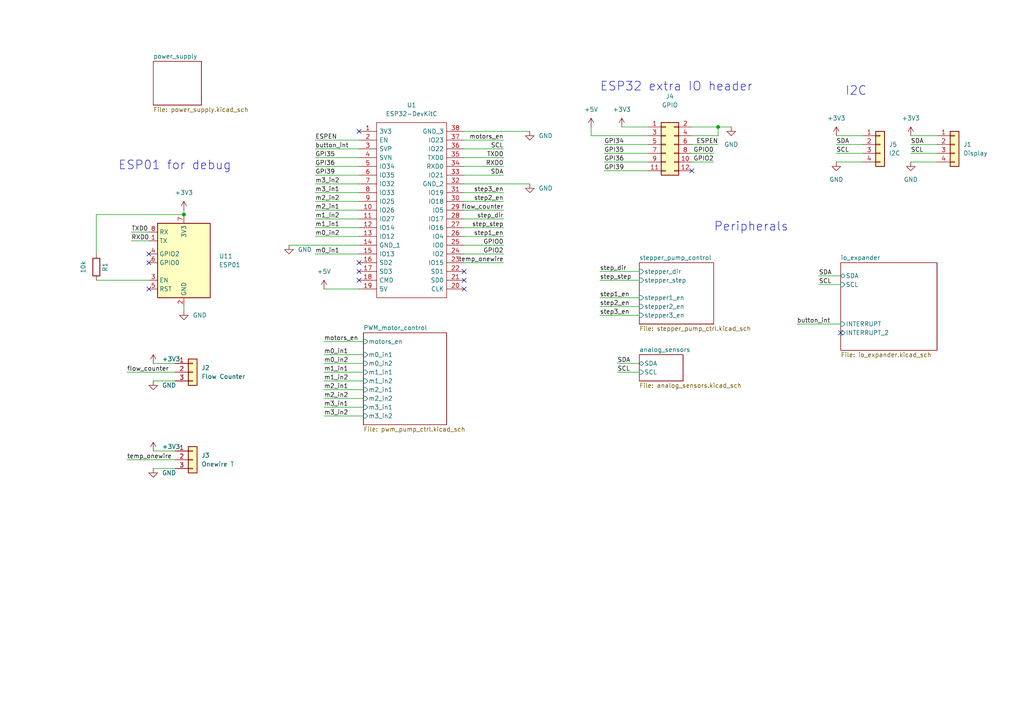
<source format=kicad_sch>
(kicad_sch (version 20211123) (generator eeschema)
  (paper "A4")
  (lib_symbols
    (symbol "Connector_Generic:Conn_01x03" (pin_names (offset 1.016) hide)
      (property "Reference" "J" (at 0 5.08 0))
      (property "Value" "Conn_01x03" (at 0 -5.08 0))
      (symbol "Conn_01x03_1_1"
        (rectangle (start -1.27 -2.413) (end 0 -2.667) (stroke (width 0.1524)))
        (rectangle (start -1.27 0.127) (end 0 -0.127) (stroke (width 0.1524)))
        (rectangle (start -1.27 2.667) (end 0 2.413) (stroke (width 0.1524)))
        (rectangle (start -1.27 3.81) (end 1.27 -3.81) (stroke (width 0.254)) (fill (type background)))
        (pin passive line (at -5.08 2.54 0) (length 3.81) (name "Pin_1") (number "1"))
        (pin passive line (at -5.08 0 0) (length 3.81) (name "Pin_2") (number "2"))
        (pin passive line (at -5.08 -2.54 0) (length 3.81) (name "Pin_3") (number "3"))
      )
    )
    (symbol "Connector_Generic:Conn_01x04" (pin_names (offset 1.016) hide)
      (property "Reference" "J" (at 0 5.08 0))
      (property "Value" "Conn_01x04" (at 0 -7.62 0))
      (symbol "Conn_01x04_1_1"
        (rectangle (start -1.27 -4.953) (end 0 -5.207) (stroke (width 0.1524)))
        (rectangle (start -1.27 -2.413) (end 0 -2.667) (stroke (width 0.1524)))
        (rectangle (start -1.27 0.127) (end 0 -0.127) (stroke (width 0.1524)))
        (rectangle (start -1.27 2.667) (end 0 2.413) (stroke (width 0.1524)))
        (rectangle (start -1.27 3.81) (end 1.27 -6.35) (stroke (width 0.254)) (fill (type background)))
        (pin passive line (at -5.08 2.54 0) (length 3.81) (name "Pin_1") (number "1"))
        (pin passive line (at -5.08 0 0) (length 3.81) (name "Pin_2") (number "2"))
        (pin passive line (at -5.08 -2.54 0) (length 3.81) (name "Pin_3") (number "3"))
        (pin passive line (at -5.08 -5.08 0) (length 3.81) (name "Pin_4") (number "4"))
      )
    )
    (symbol "Connector_Generic:Conn_02x06_Odd_Even" (pin_names (offset 1.016) hide)
      (property "Reference" "J" (at 1.27 7.62 0))
      (property "Value" "Conn_02x06_Odd_Even" (at 1.27 -10.16 0))
      (symbol "Conn_02x06_Odd_Even_1_1"
        (rectangle (start -1.27 -7.493) (end 0 -7.747) (stroke (width 0.1524)))
        (rectangle (start -1.27 -4.953) (end 0 -5.207) (stroke (width 0.1524)))
        (rectangle (start -1.27 -2.413) (end 0 -2.667) (stroke (width 0.1524)))
        (rectangle (start -1.27 0.127) (end 0 -0.127) (stroke (width 0.1524)))
        (rectangle (start -1.27 2.667) (end 0 2.413) (stroke (width 0.1524)))
        (rectangle (start -1.27 5.207) (end 0 4.953) (stroke (width 0.1524)))
        (rectangle (start -1.27 6.35) (end 3.81 -8.89) (stroke (width 0.254)) (fill (type background)))
        (rectangle (start 3.81 -7.493) (end 2.54 -7.747) (stroke (width 0.1524)))
        (rectangle (start 3.81 -4.953) (end 2.54 -5.207) (stroke (width 0.1524)))
        (rectangle (start 3.81 -2.413) (end 2.54 -2.667) (stroke (width 0.1524)))
        (rectangle (start 3.81 0.127) (end 2.54 -0.127) (stroke (width 0.1524)))
        (rectangle (start 3.81 2.667) (end 2.54 2.413) (stroke (width 0.1524)))
        (rectangle (start 3.81 5.207) (end 2.54 4.953) (stroke (width 0.1524)))
        (pin passive line (at -5.08 5.08 0) (length 3.81) (name "Pin_1") (number "1"))
        (pin passive line (at 7.62 -5.08 180) (length 3.81) (name "Pin_10") (number "10"))
        (pin passive line (at -5.08 -7.62 0) (length 3.81) (name "Pin_11") (number "11"))
        (pin passive line (at 7.62 -7.62 180) (length 3.81) (name "Pin_12") (number "12"))
        (pin passive line (at 7.62 5.08 180) (length 3.81) (name "Pin_2") (number "2"))
        (pin passive line (at -5.08 2.54 0) (length 3.81) (name "Pin_3") (number "3"))
        (pin passive line (at 7.62 2.54 180) (length 3.81) (name "Pin_4") (number "4"))
        (pin passive line (at -5.08 0 0) (length 3.81) (name "Pin_5") (number "5"))
        (pin passive line (at 7.62 0 180) (length 3.81) (name "Pin_6") (number "6"))
        (pin passive line (at -5.08 -2.54 0) (length 3.81) (name "Pin_7") (number "7"))
        (pin passive line (at 7.62 -2.54 180) (length 3.81) (name "Pin_8") (number "8"))
        (pin passive line (at -5.08 -5.08 0) (length 3.81) (name "Pin_9") (number "9"))
      )
    )
    (symbol "Device:R" (pin_numbers hide) (pin_names (offset 0))
      (property "Reference" "R" (at 2.032 0 90))
      (property "Value" "R" (at 0 0 90))
      (symbol "R_0_1"
        (rectangle (start -1.016 -2.54) (end 1.016 2.54) (stroke (width 0.254)))
      )
      (symbol "R_1_1"
        (pin passive line (at 0 3.81 270) (length 1.27) (name "~") (number "1"))
        (pin passive line (at 0 -3.81 90) (length 1.27) (name "~") (number "2"))
      )
    )
    (symbol "PCB Modules:ESP01"
      (property "Reference" "U" (at 2.54 15.24 0))
      (property "Value" "ESP01" (at 1.27 -8.89 0))
      (symbol "ESP01_1_1"
        (rectangle (start -7.62 13.97) (end 7.62 -7.62) (stroke (width 0.254)) (fill (type background)))
        (pin output line (at -10.16 8.89 0) (length 2.54) (name "TX") (number "1"))
        (pin power_in line (at 0 -10.16 90) (length 2.54) (name "GND") (number "2"))
        (pin input line (at -10.16 -2.54 0) (length 2.54) (name "EN") (number "3"))
        (pin bidirectional line (at -10.16 5.08 0) (length 2.54) (name "GPIO2") (number "4"))
        (pin input line (at -10.16 -5.08 0) (length 2.54) (name "RST") (number "5"))
        (pin bidirectional line (at -10.16 2.54 0) (length 2.54) (name "GPIO0") (number "6"))
        (pin power_in line (at 0 16.51 270) (length 2.54) (name "3V3") (number "7"))
        (pin input line (at -10.16 11.43 0) (length 2.54) (name "RX") (number "8"))
      )
    )
    (symbol "PCB Modules:ESP32_DevKitC_v4" (pin_names (offset 0.762))
      (property "Reference" "U" (at 26.67 7.62 0))
      (property "Value" "ESP32_DevKitC_v4" (at 26.67 5.08 0))
      (symbol "ESP32_DevKitC_v4_0_0"
        (pin power_in line (at 0 0 0) (length 5.08) (name "3V3") (number "1"))
        (pin bidirectional line (at 0 -22.86 0) (length 5.08) (name "IO26") (number "10"))
        (pin bidirectional line (at 0 -25.4 0) (length 5.08) (name "IO27") (number "11"))
        (pin bidirectional line (at 0 -27.94 0) (length 5.08) (name "IO14") (number "12"))
        (pin bidirectional line (at 0 -30.48 0) (length 5.08) (name "IO12") (number "13"))
        (pin power_in line (at 0 -33.02 0) (length 5.08) (name "GND_1") (number "14"))
        (pin bidirectional line (at 0 -35.56 0) (length 5.08) (name "IO13") (number "15"))
        (pin passive line (at 0 -38.1 0) (length 5.08) (name "SD2") (number "16"))
        (pin passive line (at 0 -40.64 0) (length 5.08) (name "SD3") (number "17"))
        (pin passive line (at 0 -43.18 0) (length 5.08) (name "CMD") (number "18"))
        (pin power_in line (at 0 -45.72 0) (length 5.08) (name "5V") (number "19"))
        (pin passive line (at 0 -2.54 0) (length 5.08) (name "EN") (number "2"))
        (pin passive line (at 30.48 -45.72 180) (length 5.08) (name "CLK") (number "20"))
        (pin passive line (at 30.48 -43.18 180) (length 5.08) (name "SD0") (number "21"))
        (pin passive line (at 30.48 -40.64 180) (length 5.08) (name "SD1") (number "22"))
        (pin passive line (at 30.48 -38.1 180) (length 5.08) (name "IO15") (number "23"))
        (pin bidirectional line (at 30.48 -35.56 180) (length 5.08) (name "IO2") (number "24"))
        (pin bidirectional line (at 30.48 -33.02 180) (length 5.08) (name "IO0") (number "25"))
        (pin bidirectional line (at 30.48 -30.48 180) (length 5.08) (name "IO4") (number "26"))
        (pin bidirectional line (at 30.48 -27.94 180) (length 5.08) (name "IO16") (number "27"))
        (pin bidirectional line (at 30.48 -25.4 180) (length 5.08) (name "IO17") (number "28"))
        (pin bidirectional line (at 30.48 -22.86 180) (length 5.08) (name "IO5") (number "29"))
        (pin passive line (at 0 -5.08 0) (length 5.08) (name "SVP") (number "3"))
        (pin bidirectional line (at 30.48 -20.32 180) (length 5.08) (name "IO18") (number "30"))
        (pin bidirectional line (at 30.48 -17.78 180) (length 5.08) (name "IO19") (number "31"))
        (pin power_in line (at 30.48 -15.24 180) (length 5.08) (name "GND_2") (number "32"))
        (pin bidirectional line (at 30.48 -12.7 180) (length 5.08) (name "IO21") (number "33"))
        (pin passive line (at 30.48 -10.16 180) (length 5.08) (name "RXD0") (number "34"))
        (pin passive line (at 30.48 -7.62 180) (length 5.08) (name "TXD0") (number "35"))
        (pin bidirectional line (at 30.48 -5.08 180) (length 5.08) (name "IO22") (number "36"))
        (pin bidirectional line (at 30.48 -2.54 180) (length 5.08) (name "IO23") (number "37"))
        (pin power_in line (at 30.48 0 180) (length 5.08) (name "GND_3") (number "38"))
        (pin passive line (at 0 -7.62 0) (length 5.08) (name "SVN") (number "4"))
        (pin bidirectional line (at 0 -10.16 0) (length 5.08) (name "IO34") (number "5"))
        (pin bidirectional line (at 0 -12.7 0) (length 5.08) (name "IO35") (number "6"))
        (pin bidirectional line (at 0 -15.24 0) (length 5.08) (name "IO32") (number "7"))
        (pin bidirectional line (at 0 -17.78 0) (length 5.08) (name "IO33") (number "8"))
        (pin bidirectional line (at 0 -20.32 0) (length 5.08) (name "IO25") (number "9"))
      )
      (symbol "ESP32_DevKitC_v4_0_1"
        (polyline (pts (xy 5.08 2.54) (xy 25.4 2.54) (xy 25.4 -48.26) (xy 5.08 -48.26) (xy 5.08 2.54)) (stroke (width 0.1524)))
      )
    )
    (symbol "power:+3V3" (power) (pin_names (offset 0))
      (property "Value" "+3V3" (at 0 3.556 0))
      (symbol "+3V3_0_1"
        (polyline (pts (xy -0.762 1.27) (xy 0 2.54)))
        (polyline (pts (xy 0 0) (xy 0 2.54)))
        (polyline (pts (xy 0 2.54) (xy 0.762 1.27)))
      )
      (symbol "+3V3_1_1"
        (pin power_in line (at 0 0 90) (length 0) hide (name "+3V3") (number "1"))
      )
    )
    (symbol "power:+5V" (power) (pin_names (offset 0))
      (property "Value" "+5V" (at 0 3.556 0))
      (symbol "+5V_0_1"
        (polyline (pts (xy -0.762 1.27) (xy 0 2.54)))
        (polyline (pts (xy 0 0) (xy 0 2.54)))
        (polyline (pts (xy 0 2.54) (xy 0.762 1.27)))
      )
      (symbol "+5V_1_1"
        (pin power_in line (at 0 0 90) (length 0) hide (name "+5V") (number "1"))
      )
    )
    (symbol "power:GND" (power) (pin_names (offset 0))
      (property "Value" "GND" (at 0 -3.81 0))
      (symbol "GND_0_1"
        (polyline (pts (xy 0 0) (xy 0 -1.27) (xy 1.27 -1.27) (xy 0 -2.54) (xy -1.27 -1.27) (xy 0 -1.27)))
      )
      (symbol "GND_1_1"
        (pin power_in line (at 0 0 270) (length 0) hide (name "GND") (number "1"))
      )
    )
  )
  (junction (at 53.34 62.23))
  (junction (at 208.28 36.83))
  (no_connect (at 134.62 78.74))
  (no_connect (at 104.14 76.2))
  (no_connect (at 104.14 78.74))
  (no_connect (at 134.62 81.28))
  (no_connect (at 43.18 83.82))
  (no_connect (at 43.18 76.2))
  (no_connect (at 104.14 81.28))
  (no_connect (at 200.66 49.53))
  (no_connect (at 134.62 83.82))
  (no_connect (at 104.14 38.1))
  (no_connect (at 243.84 96.52))
  (no_connect (at 43.18 73.66))
  (wire (pts (xy 91.44 66.04) (xy 104.14 66.04)))
  (wire (pts (xy 146.05 55.88) (xy 134.62 55.88)))
  (wire (pts (xy 173.99 91.44) (xy 185.42 91.44)))
  (wire (pts (xy 134.62 76.2) (xy 146.05 76.2)))
  (wire (pts (xy 200.66 41.91) (xy 208.28 41.91)))
  (wire (pts (xy 44.45 130.81) (xy 50.8 130.81)))
  (wire (pts (xy 83.82 71.12) (xy 104.14 71.12)))
  (wire (pts (xy 38.1 67.31) (xy 43.18 67.31)))
  (wire (pts (xy 179.07 107.95) (xy 185.42 107.95)))
  (wire (pts (xy 134.62 38.1) (xy 153.67 38.1)))
  (wire (pts (xy 175.26 44.45) (xy 187.96 44.45)))
  (wire (pts (xy 250.19 44.45) (xy 242.57 44.45)))
  (wire (pts (xy 237.49 82.55) (xy 243.84 82.55)))
  (wire (pts (xy 134.62 43.18) (xy 146.05 43.18)))
  (wire (pts (xy 171.45 39.37) (xy 187.96 39.37)))
  (wire (pts (xy 27.94 73.66) (xy 27.94 62.23)))
  (wire (pts (xy 44.45 135.89) (xy 50.8 135.89)))
  (wire (pts (xy 237.49 80.01) (xy 243.84 80.01)))
  (wire (pts (xy 134.62 73.66) (xy 146.05 73.66)))
  (wire (pts (xy 180.34 36.83) (xy 187.96 36.83)))
  (wire (pts (xy 91.44 73.66) (xy 104.14 73.66)))
  (wire (pts (xy 44.45 110.49) (xy 50.8 110.49)))
  (wire (pts (xy 91.44 68.58) (xy 104.14 68.58)))
  (wire (pts (xy 93.98 113.03) (xy 105.41 113.03)))
  (wire (pts (xy 93.98 120.65) (xy 105.41 120.65)))
  (wire (pts (xy 134.62 50.8) (xy 146.05 50.8)))
  (wire (pts (xy 36.83 107.95) (xy 50.8 107.95)))
  (wire (pts (xy 93.98 83.82) (xy 104.14 83.82)))
  (wire (pts (xy 264.16 46.99) (xy 271.78 46.99)))
  (wire (pts (xy 27.94 81.28) (xy 43.18 81.28)))
  (wire (pts (xy 242.57 39.37) (xy 250.19 39.37)))
  (wire (pts (xy 171.45 36.83) (xy 171.45 39.37)))
  (wire (pts (xy 200.66 46.99) (xy 207.01 46.99)))
  (wire (pts (xy 134.62 71.12) (xy 146.05 71.12)))
  (wire (pts (xy 53.34 90.17) (xy 53.34 88.9)))
  (wire (pts (xy 208.28 36.83) (xy 208.28 39.37)))
  (wire (pts (xy 36.83 133.35) (xy 50.8 133.35)))
  (wire (pts (xy 146.05 63.5) (xy 134.62 63.5)))
  (wire (pts (xy 200.66 44.45) (xy 207.01 44.45)))
  (wire (pts (xy 93.98 115.57) (xy 105.41 115.57)))
  (wire (pts (xy 200.66 39.37) (xy 208.28 39.37)))
  (wire (pts (xy 146.05 60.96) (xy 134.62 60.96)))
  (wire (pts (xy 91.44 40.64) (xy 104.14 40.64)))
  (wire (pts (xy 93.98 105.41) (xy 105.41 105.41)))
  (wire (pts (xy 231.14 93.98) (xy 243.84 93.98)))
  (wire (pts (xy 242.57 46.99) (xy 250.19 46.99)))
  (wire (pts (xy 93.98 110.49) (xy 105.41 110.49)))
  (wire (pts (xy 175.26 46.99) (xy 187.96 46.99)))
  (wire (pts (xy 53.34 60.96) (xy 53.34 62.23)))
  (wire (pts (xy 175.26 41.91) (xy 187.96 41.91)))
  (wire (pts (xy 146.05 68.58) (xy 134.62 68.58)))
  (wire (pts (xy 173.99 88.9) (xy 185.42 88.9)))
  (wire (pts (xy 134.62 40.64) (xy 146.05 40.64)))
  (wire (pts (xy 93.98 99.06) (xy 105.41 99.06)))
  (wire (pts (xy 93.98 107.95) (xy 105.41 107.95)))
  (wire (pts (xy 179.07 105.41) (xy 185.42 105.41)))
  (wire (pts (xy 91.44 63.5) (xy 104.14 63.5)))
  (wire (pts (xy 264.16 39.37) (xy 271.78 39.37)))
  (wire (pts (xy 91.44 45.72) (xy 104.14 45.72)))
  (wire (pts (xy 134.62 45.72) (xy 146.05 45.72)))
  (wire (pts (xy 27.94 62.23) (xy 53.34 62.23)))
  (wire (pts (xy 271.78 44.45) (xy 264.16 44.45)))
  (wire (pts (xy 91.44 53.34) (xy 104.14 53.34)))
  (wire (pts (xy 91.44 55.88) (xy 104.14 55.88)))
  (wire (pts (xy 175.26 49.53) (xy 187.96 49.53)))
  (wire (pts (xy 91.44 58.42) (xy 104.14 58.42)))
  (wire (pts (xy 91.44 60.96) (xy 104.14 60.96)))
  (wire (pts (xy 134.62 48.26) (xy 146.05 48.26)))
  (wire (pts (xy 208.28 36.83) (xy 212.09 36.83)))
  (wire (pts (xy 44.45 105.41) (xy 50.8 105.41)))
  (wire (pts (xy 91.44 50.8) (xy 104.14 50.8)))
  (wire (pts (xy 91.44 43.18) (xy 104.14 43.18)))
  (wire (pts (xy 271.78 41.91) (xy 264.16 41.91)))
  (wire (pts (xy 134.62 53.34) (xy 153.67 53.34)))
  (wire (pts (xy 200.66 36.83) (xy 208.28 36.83)))
  (wire (pts (xy 250.19 41.91) (xy 242.57 41.91)))
  (wire (pts (xy 173.99 78.74) (xy 185.42 78.74)))
  (wire (pts (xy 173.99 81.28) (xy 185.42 81.28)))
  (wire (pts (xy 91.44 48.26) (xy 104.14 48.26)))
  (wire (pts (xy 146.05 58.42) (xy 134.62 58.42)))
  (wire (pts (xy 93.98 118.11) (xy 105.41 118.11)))
  (wire (pts (xy 93.98 102.87) (xy 105.41 102.87)))
  (wire (pts (xy 146.05 66.04) (xy 134.62 66.04)))
  (wire (pts (xy 173.99 86.36) (xy 185.42 86.36)))
  (wire (pts (xy 43.18 69.85) (xy 38.1 69.85)))
  (text "ESP01 for debug" (at 34.29 49.53 0) (effects (font (size 2.54 2.54)) (justify left bottom)))
  (text "Peripherals" (at 207.01 67.31 0) (effects (font (size 2.54 2.54)) (justify left bottom)))
  (text "ESP32 extra IO header" (at 173.99 26.67 0) (effects (font (size 2.54 2.54)) (justify left bottom)))
  (text "I2C" (at 245.11 27.94 0) (effects (font (size 2.54 2.54)) (justify left bottom)))
  (label "GPI36" (at 91.44 48.26 0))
  (label "GPI35" (at 175.26 44.45 0))
  (label "TXD0" (at 146.05 45.72 180))
  (label "GPIO0" (at 146.05 71.12 180))
  (label "SCL" (at 237.49 82.55 0))
  (label "m3_in1" (at 93.98 118.11 0))
  (label "SDA" (at 237.49 80.01 0))
  (label "m0_in1" (at 93.98 102.87 0))
  (label "SCL" (at 264.16 44.45 0))
  (label "step2_en" (at 146.05 58.42 180))
  (label "m0_in2" (at 93.98 105.41 0))
  (label "motors_en" (at 146.05 40.64 180))
  (label "temp_onewire" (at 146.05 76.2 180))
  (label "m2_in1" (at 93.98 113.03 0))
  (label "GPIO2" (at 207.01 46.99 180))
  (label "GPIO2" (at 146.05 73.66 180))
  (label "SDA" (at 146.05 50.8 180))
  (label "m2_in2" (at 91.44 58.42 0))
  (label "SDA" (at 242.57 41.91 0))
  (label "step3_en" (at 146.05 55.88 180))
  (label "m1_in2" (at 91.44 63.5 0))
  (label "step_dir" (at 146.05 63.5 180))
  (label "step_dir" (at 173.99 78.74 0))
  (label "RXD0" (at 38.1 69.85 0))
  (label "GPI39" (at 91.44 50.8 0))
  (label "button_int" (at 231.14 93.98 0))
  (label "RXD0" (at 146.05 48.26 180))
  (label "step2_en" (at 173.99 88.9 0))
  (label "SCL" (at 242.57 44.45 0))
  (label "step1_en" (at 173.99 86.36 0))
  (label "m2_in1" (at 91.44 60.96 0))
  (label "m1_in1" (at 91.44 66.04 0))
  (label "m3_in2" (at 91.44 53.34 0))
  (label "GPI39" (at 175.26 49.53 0))
  (label "GPI34" (at 175.26 41.91 0))
  (label "GPIO0" (at 207.01 44.45 180))
  (label "m0_in2" (at 91.44 68.58 0))
  (label "SDA" (at 264.16 41.91 0))
  (label "motors_en" (at 93.98 99.06 0))
  (label "temp_onewire" (at 36.83 133.35 0))
  (label "flow_counter" (at 146.05 60.96 180))
  (label "m3_in2" (at 93.98 120.65 0))
  (label "m1_in1" (at 93.98 107.95 0))
  (label "step3_en" (at 173.99 91.44 0))
  (label "step_step" (at 173.99 81.28 0))
  (label "button_int" (at 91.44 43.18 0))
  (label "ESPEN" (at 208.28 41.91 180))
  (label "SCL" (at 146.05 43.18 180))
  (label "ESPEN" (at 91.44 40.64 0))
  (label "GPI35" (at 91.44 45.72 0))
  (label "SCL" (at 179.07 107.95 0))
  (label "m0_in1" (at 91.44 73.66 0))
  (label "step_step" (at 146.05 66.04 180))
  (label "m1_in2" (at 93.98 110.49 0))
  (label "step1_en" (at 146.05 68.58 180))
  (label "TXD0" (at 38.1 67.31 0))
  (label "flow_counter" (at 36.83 107.95 0))
  (label "SDA" (at 179.07 105.41 0))
  (label "GPI36" (at 175.26 46.99 0))
  (label "m3_in1" (at 91.44 55.88 0))
  (label "m2_in2" (at 93.98 115.57 0))
  (symbol (lib_id "PCB Modules:ESP32_DevKitC_v4") (at 104.14 38.1 0) (unit 1)
    (property "Reference" "U1" (at 119.38 30.48 0))
    (property "Value" "ESP32-DevKitC" (at 119.38 33.02 0))
    (property "Footprint" "PCB Modules:ESP32_DevKitC_V4" (effects hide))
    (property "Datasheet" "http://esp-idf.readthedocs.io/en/latest/get-started/get-started-devkitc.html" (effects hide))
    (property "Description" "WiFi / 802.11 Development Tools ESP32 General Development Kit, ESP-WROOM-32 on the board" (effects hide))
    (property "Height" "5" (effects hide))
    (property "Manufacturer_Name" "Espressif Systems" (effects hide))
    (property "Manufacturer_Part_Number" "ESP32-DevKitC" (effects hide))
  )
  (symbol (lib_id "power:GND") (at 212.09 36.83 0) (unit 1)
    (property "Reference" "#PWR013" (effects hide))
    (property "Value" "GND" (at 212.09 41.91 0))
  )
  (symbol (lib_id "power:+3V3") (at 44.45 105.41 0) (unit 1)
    (property "Reference" "#PWR02" (effects hide))
    (property "Value" "+3V3" (at 46.99 104.1399 0) (effects (justify left)))
  )
  (symbol (lib_id "Device:R") (at 27.94 77.47 180) (unit 1)
    (property "Reference" "R1" (at 30.48 77.47 90))
    (property "Value" "10k" (at 24.13 77.47 90))
    (property "Footprint" "Resistor_SMD:R_1206_3216Metric" (effects hide))
  )
  (symbol (lib_id "power:+3V3") (at 180.34 36.83 0) (mirror y) (unit 1)
    (property "Reference" "#PWR0103" (effects hide))
    (property "Value" "+3V3" (at 180.34 31.75 0))
  )
  (symbol (lib_id "power:GND") (at 44.45 110.49 0) (unit 1)
    (property "Reference" "#PWR03" (effects hide))
    (property "Value" "GND" (at 46.99 111.7599 0) (effects (justify left)))
  )
  (symbol (lib_id "power:GND") (at 83.82 71.12 0) (unit 1)
    (property "Reference" "#PWR07" (effects hide))
    (property "Value" "GND" (at 86.36 72.3899 0) (effects (justify left)))
  )
  (symbol (lib_id "power:+3V3") (at 44.45 130.81 0) (unit 1)
    (property "Reference" "#PWR04" (effects hide))
    (property "Value" "+3V3" (at 46.99 129.5399 0) (effects (justify left)))
  )
  (symbol (lib_id "power:GND") (at 264.16 46.99 0) (unit 1)
    (property "Reference" "#PWR0105" (effects hide))
    (property "Value" "GND" (at 264.16 52.07 0))
  )
  (symbol (lib_id "power:+5V") (at 171.45 36.83 0) (unit 1)
    (property "Reference" "#PWR0104" (effects hide))
    (property "Value" "+5V" (at 171.45 31.75 0))
  )
  (symbol (lib_id "power:GND") (at 242.57 46.99 0) (unit 1)
    (property "Reference" "#PWR015" (effects hide))
    (property "Value" "GND" (at 242.57 52.07 0))
  )
  (symbol (lib_id "PCB Modules:ESP01") (at 53.34 78.74 0) (unit 1)
    (property "Reference" "U11" (at 63.5 74.2949 0) (effects (justify left)))
    (property "Value" "ESP01" (at 63.5 76.8349 0) (effects (justify left)))
    (property "Footprint" "PCB Modules:ESP01" (effects hide))
  )
  (symbol (lib_id "Connector_Generic:Conn_02x06_Odd_Even") (at 193.04 41.91 0) (unit 1)
    (property "Reference" "J4" (at 194.31 27.94 0))
    (property "Value" "GPIO" (at 194.31 30.48 0))
    (property "Footprint" "Connector_PinHeader_2.54mm:PinHeader_2x06_P2.54mm_Vertical" (effects hide))
  )
  (symbol (lib_id "power:GND") (at 53.34 90.17 0) (unit 1)
    (property "Reference" "#PWR0101" (effects hide))
    (property "Value" "GND" (at 55.88 91.4399 0) (effects (justify left)))
  )
  (symbol (lib_id "Connector_Generic:Conn_01x03") (at 55.88 107.95 0) (unit 1)
    (property "Reference" "J2" (at 58.42 106.6799 0) (effects (justify left)))
    (property "Value" "Flow Counter" (at 58.42 109.2199 0) (effects (justify left)))
    (property "Footprint" "Connector_PinHeader_2.54mm:PinHeader_1x03_P2.54mm_Vertical" (effects hide))
  )
  (symbol (lib_id "power:+5V") (at 93.98 83.82 0) (unit 1)
    (property "Reference" "#PWR08" (effects hide))
    (property "Value" "+5V" (at 93.98 78.74 0))
  )
  (symbol (lib_id "power:GND") (at 153.67 53.34 0) (unit 1)
    (property "Reference" "#PWR010" (effects hide))
    (property "Value" "GND" (at 156.21 54.6099 0) (effects (justify left)))
  )
  (symbol (lib_id "Connector_Generic:Conn_01x04") (at 276.86 41.91 0) (unit 1)
    (property "Reference" "J1" (at 279.4 41.9099 0) (effects (justify left)))
    (property "Value" "Display" (at 279.4 44.4499 0) (effects (justify left)))
    (property "Footprint" "Connector_PinHeader_2.54mm:PinHeader_1x04_P2.54mm_Vertical" (effects hide))
  )
  (symbol (lib_id "Connector_Generic:Conn_01x04") (at 255.27 41.91 0) (unit 1)
    (property "Reference" "J5" (at 257.81 41.9099 0) (effects (justify left)))
    (property "Value" "I2C" (at 257.81 44.4499 0) (effects (justify left)))
    (property "Footprint" "Connector_PinHeader_2.54mm:PinHeader_1x04_P2.54mm_Vertical" (effects hide))
  )
  (symbol (lib_id "Connector_Generic:Conn_01x03") (at 55.88 133.35 0) (unit 1)
    (property "Reference" "J3" (at 58.42 132.0799 0) (effects (justify left)))
    (property "Value" "Onewire T" (at 58.42 134.6199 0) (effects (justify left)))
    (property "Footprint" "Connector_PinHeader_2.54mm:PinHeader_1x03_P2.54mm_Vertical" (effects hide))
  )
  (symbol (lib_id "power:GND") (at 44.45 135.89 0) (unit 1)
    (property "Reference" "#PWR05" (effects hide))
    (property "Value" "GND" (at 46.99 137.1599 0) (effects (justify left)))
  )
  (symbol (lib_id "power:+3V3") (at 264.16 39.37 0) (unit 1)
    (property "Reference" "#PWR0106" (effects hide))
    (property "Value" "+3V3" (at 264.16 34.29 0))
  )
  (symbol (lib_id "power:GND") (at 153.67 38.1 0) (unit 1)
    (property "Reference" "#PWR09" (effects hide))
    (property "Value" "GND" (at 156.21 39.3699 0) (effects (justify left)))
  )
  (symbol (lib_id "power:+3V3") (at 242.57 39.37 0) (unit 1)
    (property "Reference" "#PWR014" (effects hide))
    (property "Value" "+3V3" (at 242.57 34.29 0))
  )
  (symbol (lib_id "power:+3V3") (at 53.34 60.96 0) (unit 1)
    (property "Reference" "#PWR0102" (effects hide))
    (property "Value" "+3V3" (at 53.34 55.88 0))
  )
  (sheet (at 44.45 17.78) (size 13.97 12.7) (stroke (width 0.1524))
    (property "Sheet name" "power_supply" (at 44.45 17.0684 0) (effects (justify left bottom)))
    (property "Sheet file" "power_supply.kicad_sch" (at 44.45 31.0646 0) (effects (justify left top)))
  )
  (sheet (at 243.84 76.2) (size 27.94 25.4) (stroke (width 0.1524))
    (property "Sheet name" "io_expander" (at 243.84 75.4884 0) (effects (justify left bottom)))
    (property "Sheet file" "io_expander.kicad_sch" (at 243.84 102.1846 0) (effects (justify left top)))
    (pin "SDA" bidirectional (at 243.84 80.01 180))
    (pin "INTERRUPT" input (at 243.84 93.98 180))
    (pin "SCL" input (at 243.84 82.55 180))
    (pin "INTERRUPT_2" input (at 243.84 96.52 180))
  )
  (sheet (at 185.42 102.87) (size 12.7 7.62) (stroke (width 0.1524))
    (property "Sheet name" "analog_sensors" (at 185.42 102.1584 0) (effects (justify left bottom)))
    (property "Sheet file" "analog_sensors.kicad_sch" (at 185.42 111.0746 0) (effects (justify left top)))
    (pin "SDA" bidirectional (at 185.42 105.41 180))
    (pin "SCL" input (at 185.42 107.95 180))
  )
  (sheet (at 105.41 96.52) (size 24.13 26.67) (stroke (width 0.1524))
    (property "Sheet name" "PWM_motor_control" (at 105.41 95.8084 0) (effects (justify left bottom)))
    (property "Sheet file" "pwm_pump_ctrl.kicad_sch" (at 105.41 123.7746 0) (effects (justify left top)))
    (pin "motors_en" input (at 105.41 99.06 180))
    (pin "m2_in1" input (at 105.41 113.03 180))
    (pin "m3_in1" input (at 105.41 118.11 180))
    (pin "m2_in2" input (at 105.41 115.57 180))
    (pin "m3_in2" input (at 105.41 120.65 180))
    (pin "m0_in2" input (at 105.41 105.41 180))
    (pin "m1_in1" input (at 105.41 107.95 180))
    (pin "m1_in2" input (at 105.41 110.49 180))
    (pin "m0_in1" input (at 105.41 102.87 180))
  )
  (sheet (at 185.42 76.2) (size 21.59 17.78) (stroke (width 0.1524))
    (property "Sheet name" "stepper_pump_control" (at 185.42 75.4884 0) (effects (justify left bottom)))
    (property "Sheet file" "stepper_pump_ctrl.kicad_sch" (at 185.42 94.5646 0) (effects (justify left top)))
    (pin "stepper_dir" input (at 185.42 78.74 180))
    (pin "stepper_step" input (at 185.42 81.28 180))
    (pin "stepper1_en" input (at 185.42 86.36 180))
    (pin "stepper2_en" input (at 185.42 88.9 180))
    (pin "stepper3_en" input (at 185.42 91.44 180))
  )
)
</source>
